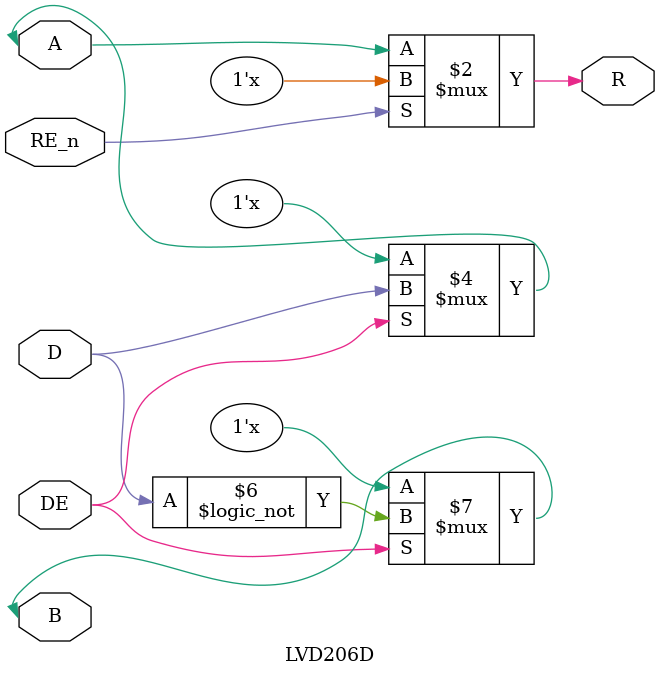
<source format=v>

module LVD206D(
    input   wire         D,
    input   wire         DE,

    output  wire         R,
    input   wire         RE_n,  
      
    inout   wire         A,
    inout   wire         B
    );


//always@(RE_n)
//    if(RE_n==0) R<= (A && (!B));
    
    
//assign R = (RE_n == 0)?  (A && (!B)) : 1'bz;   
assign R = (RE_n == 0)?  A  : 1'bz;   

assign A = (DE == 1)?  D : 1'bz;
assign B = (DE == 1)? !D : 1'bz;

endmodule

</source>
